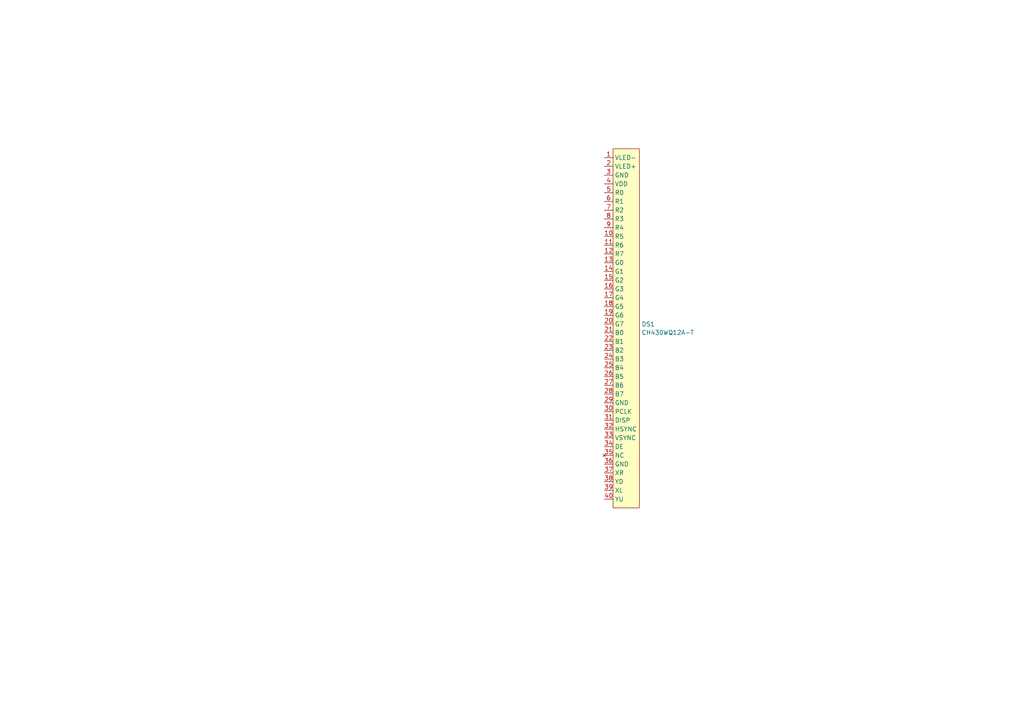
<source format=kicad_sch>
(kicad_sch (version 20250114) (generator "eeschema") (generator_version "9.0")
  (paper "A4")
  (lib_symbols
    (symbol "CustomSymbols:Adafruit_TFT_480x272_Touchscreen"
      (property "Reference" "DS" (at 3.556 55.372 0))
      (property "Value" "CH430WQ12A-T" (at 3.556 -52.832 0))
      (symbol "Adafruit_TFT_480x272_Touchscreen_1_1"
        (rectangle (start 0 53.34) (end 7.62 -50.8) (fill (type background)))
        (pin power_in line (at -2.54 50.8 0) (length 2.54) (name "VLED-") (number "1"))
        (pin power_in line (at -2.54 48.26 0) (length 2.54) (name "VLED+") (number "2"))
        (pin power_in line (at -2.54 45.72 0) (length 2.54) (name "GND") (number "3"))
        (pin power_in line (at -2.54 43.18 0) (length 2.54) (name "VDD") (number "4"))
        (pin input line (at -2.54 40.64 0) (length 2.54) (name "R0") (number "5"))
        (pin input line (at -2.54 38.1 0) (length 2.54) (name "R1") (number "6"))
        (pin input line (at -2.54 35.56 0) (length 2.54) (name "R2") (number "7"))
        (pin input line (at -2.54 33.02 0) (length 2.54) (name "R3") (number "8"))
        (pin input line (at -2.54 30.48 0) (length 2.54) (name "R4") (number "9"))
        (pin input line (at -2.54 27.94 0) (length 2.54) (name "R5") (number "10"))
        (pin input line (at -2.54 25.4 0) (length 2.54) (name "R6") (number "11"))
        (pin input line (at -2.54 22.86 0) (length 2.54) (name "R7") (number "12"))
        (pin input line (at -2.54 20.32 0) (length 2.54) (name "G0") (number "13"))
        (pin input line (at -2.54 17.78 0) (length 2.54) (name "G1") (number "14"))
        (pin input line (at -2.54 15.24 0) (length 2.54) (name "G2") (number "15"))
        (pin input line (at -2.54 12.7 0) (length 2.54) (name "G3") (number "16"))
        (pin input line (at -2.54 10.16 0) (length 2.54) (name "G4") (number "17"))
        (pin input line (at -2.54 7.62 0) (length 2.54) (name "G5") (number "18"))
        (pin input line (at -2.54 5.08 0) (length 2.54) (name "G6") (number "19"))
        (pin input line (at -2.54 2.54 0) (length 2.54) (name "G7") (number "20"))
        (pin input line (at -2.54 0 0) (length 2.54) (name "B0") (number "21"))
        (pin input line (at -2.54 -2.54 0) (length 2.54) (name "B1") (number "22"))
        (pin input line (at -2.54 -5.08 0) (length 2.54) (name "B2") (number "23"))
        (pin input line (at -2.54 -7.62 0) (length 2.54) (name "B3") (number "24"))
        (pin input line (at -2.54 -10.16 0) (length 2.54) (name "B4") (number "25"))
        (pin input line (at -2.54 -12.7 0) (length 2.54) (name "B5") (number "26"))
        (pin input line (at -2.54 -15.24 0) (length 2.54) (name "B6") (number "27"))
        (pin input line (at -2.54 -17.78 0) (length 2.54) (name "B7") (number "28"))
        (pin power_in line (at -2.54 -20.32 0) (length 2.54) (name "GND") (number "29"))
        (pin input line (at -2.54 -22.86 0) (length 2.54) (name "PCLK") (number "30"))
        (pin input line (at -2.54 -25.4 0) (length 2.54) (name "DISP") (number "31"))
        (pin input line (at -2.54 -27.94 0) (length 2.54) (name "HSYNC") (number "32"))
        (pin input line (at -2.54 -30.48 0) (length 2.54) (name "VSYNC") (number "33"))
        (pin input line (at -2.54 -33.02 0) (length 2.54) (name "DE") (number "34"))
        (pin no_connect line (at -2.54 -35.56 0) (length 2.54) (name "NC") (number "35"))
        (pin power_in line (at -2.54 -38.1 0) (length 2.54) (name "GND") (number "36"))
        (pin input line (at -2.54 -40.64 0) (length 2.54) (name "XR") (number "37"))
        (pin input line (at -2.54 -43.18 0) (length 2.54) (name "YD") (number "38"))
        (pin input line (at -2.54 -45.72 0) (length 2.54) (name "XL") (number "39"))
        (pin input line (at -2.54 -48.26 0) (length 2.54) (name "YU") (number "40"))
      )
    )
  )
  (symbol (lib_id "CustomSymbols:Adafruit_TFT_480x272_Touchscreen") (at 177.8 96.52 0) (unit 1)
    (property "Reference" "DS1" (at 186.055 94.0378 0) (effects (justify left)))
    (property "Value" "CH430WQ12A-T" (at 186.055 96.4621 0) (effects (justify left)))
    (property "Datasheet" "https://cdn-shop.adafruit.com/product-files/1591/CH430WQ12A-T+display+diagram.png" (effects (hide yes)))
  )
)
</source>
